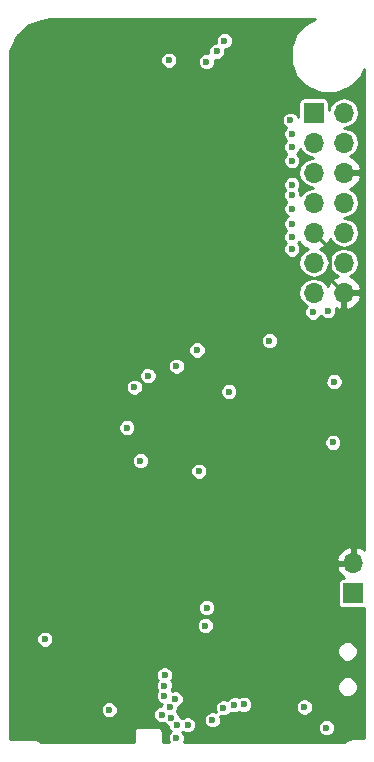
<source format=gbr>
G04 #@! TF.FileFunction,Copper,L2,Inr,Plane*
%FSLAX46Y46*%
G04 Gerber Fmt 4.6, Leading zero omitted, Abs format (unit mm)*
G04 Created by KiCad (PCBNEW 4.0.7) date 06/11/18 13:45:27*
%MOMM*%
%LPD*%
G01*
G04 APERTURE LIST*
%ADD10C,0.100000*%
%ADD11C,0.600000*%
%ADD12R,1.700000X1.700000*%
%ADD13O,1.700000X1.700000*%
%ADD14C,0.250000*%
%ADD15C,0.254000*%
G04 APERTURE END LIST*
D10*
D11*
X152810000Y-107660000D03*
X153280000Y-102450000D03*
X151180000Y-102550000D03*
X130220000Y-81740000D03*
X151140000Y-70150000D03*
X148450000Y-65150000D03*
X147910000Y-67420000D03*
X147800000Y-66000000D03*
X135430000Y-67160000D03*
X133410000Y-68500000D03*
X134570000Y-65450000D03*
X136860000Y-66300000D03*
X133000000Y-66640000D03*
X130930000Y-69760000D03*
X129860000Y-71710000D03*
X129160000Y-81730000D03*
X129910000Y-84450000D03*
X130940000Y-84420000D03*
X132080000Y-84420000D03*
X129070000Y-74210000D03*
X130280000Y-74520000D03*
X131790000Y-74860000D03*
X131840000Y-76070000D03*
X130820000Y-75890000D03*
X129240000Y-75830000D03*
X132600000Y-123780000D03*
X129380000Y-122440000D03*
X130310000Y-120140000D03*
X130760000Y-122760000D03*
X132320000Y-120420000D03*
X131750000Y-121750000D03*
X131780000Y-114370000D03*
X129460000Y-99300000D03*
X129770000Y-94440000D03*
X131310000Y-96590000D03*
X131360000Y-89440000D03*
X129570000Y-92860000D03*
X132330000Y-95770000D03*
X132020000Y-92090000D03*
X133430000Y-91380000D03*
X129770000Y-89860000D03*
X129430000Y-85570000D03*
X130130000Y-87610000D03*
X149110000Y-64170000D03*
X147110000Y-64170000D03*
X145110000Y-64170000D03*
X143110000Y-64170000D03*
X141110000Y-64170000D03*
X139110000Y-64170000D03*
X137110000Y-64170000D03*
X135110000Y-64170000D03*
X133110000Y-64170000D03*
X131990000Y-65420000D03*
X128030000Y-66120000D03*
X128030000Y-68120000D03*
X128030000Y-70120000D03*
X128030000Y-72120000D03*
X128030000Y-74120000D03*
X128030000Y-76120000D03*
X128030000Y-78120000D03*
X128030000Y-80120000D03*
X128030000Y-82120000D03*
X128030000Y-84120000D03*
X128030000Y-86120000D03*
X128030000Y-88120000D03*
X128030000Y-90120000D03*
X128030000Y-92120000D03*
X128030000Y-94120000D03*
X128030000Y-96120000D03*
X128030000Y-98120000D03*
X128030000Y-100120000D03*
X128030000Y-102120000D03*
X128030000Y-104120000D03*
X128030000Y-106120000D03*
X128030000Y-108120000D03*
X128030000Y-110120000D03*
X128030000Y-112120000D03*
X128030000Y-114120000D03*
X128030000Y-116120000D03*
X128030000Y-118120000D03*
X128030000Y-120120000D03*
X128030000Y-122120000D03*
X128030000Y-124120000D03*
X156770000Y-118910000D03*
X145280000Y-114590000D03*
X133340000Y-93060000D03*
X129700000Y-96810000D03*
X130530000Y-91150000D03*
X131100000Y-94070000D03*
X129080000Y-114840000D03*
X129240000Y-117780000D03*
X136610000Y-114990000D03*
X153430000Y-122940000D03*
D12*
X153230000Y-71650000D03*
D13*
X155770000Y-71650000D03*
X153230000Y-74190000D03*
X155770000Y-74190000D03*
X153230000Y-76730000D03*
X155770000Y-76730000D03*
X153230000Y-79270000D03*
X155770000Y-79270000D03*
X153230000Y-81810000D03*
X155770000Y-81810000D03*
X153230000Y-84350000D03*
X155770000Y-84350000D03*
X153230000Y-86890000D03*
X155770000Y-86890000D03*
D11*
X156720000Y-92741000D03*
X137670000Y-91090000D03*
X151767000Y-99980000D03*
X138720000Y-97560000D03*
X145036000Y-96297000D03*
X146052000Y-103409000D03*
D12*
X156570000Y-112350000D03*
D13*
X156570000Y-109810000D03*
D11*
X154960000Y-94440000D03*
X154860000Y-99580000D03*
X140596942Y-120166942D03*
X138041000Y-94896890D03*
X144147000Y-67341000D03*
X140610000Y-119270000D03*
X140972000Y-67214000D03*
X137416000Y-98329000D03*
X141149489Y-122870381D03*
X151386000Y-73437000D03*
X141044529Y-121957457D03*
X151259000Y-72294000D03*
X142560000Y-123490000D03*
X151386000Y-75723000D03*
X154434000Y-88423000D03*
X146052000Y-95281000D03*
X138559000Y-101123000D03*
X153164000Y-88550000D03*
X143512000Y-102012000D03*
X141590000Y-124580000D03*
X144180000Y-113570000D03*
X151386000Y-78644000D03*
X147314950Y-121760000D03*
X151386000Y-83216000D03*
X146516130Y-121803476D03*
X149481000Y-90963000D03*
X141494380Y-121295915D03*
X145671000Y-65563000D03*
X141607000Y-93122000D03*
X140590000Y-121020000D03*
X139206000Y-93933984D03*
X145036000Y-66452000D03*
X154310000Y-123730000D03*
X151386000Y-82200000D03*
X145592843Y-122057244D03*
X151386000Y-81057000D03*
X144660000Y-123070000D03*
X151386000Y-79787000D03*
X140353908Y-122627534D03*
X144060000Y-115090000D03*
X151386000Y-77755000D03*
X135917400Y-122217700D03*
X130469100Y-116236000D03*
X143355401Y-91749484D03*
X141630000Y-123510000D03*
X151386000Y-74580000D03*
X152440000Y-121980000D03*
D14*
X153230000Y-81810000D02*
X154594999Y-83174999D01*
X154594999Y-83174999D02*
X154594999Y-85714999D01*
X154594999Y-85714999D02*
X154920001Y-86040001D01*
X154920001Y-86040001D02*
X155770000Y-86890000D01*
D15*
G36*
X152674439Y-64042687D02*
X151765877Y-64949664D01*
X151273561Y-66135294D01*
X151272441Y-67419074D01*
X151762687Y-68605561D01*
X152669664Y-69514123D01*
X153855294Y-70006439D01*
X155139074Y-70007559D01*
X156325561Y-69517313D01*
X157234123Y-68610336D01*
X157513000Y-67938725D01*
X157513000Y-108682456D01*
X157451358Y-108614817D01*
X156926892Y-108368514D01*
X156697000Y-108489181D01*
X156697000Y-109683000D01*
X156717000Y-109683000D01*
X156717000Y-109937000D01*
X156697000Y-109937000D01*
X156697000Y-109957000D01*
X156443000Y-109957000D01*
X156443000Y-109937000D01*
X155249845Y-109937000D01*
X155128524Y-110166890D01*
X155298355Y-110576924D01*
X155688642Y-111005183D01*
X155815236Y-111064635D01*
X155720000Y-111064635D01*
X155561763Y-111094409D01*
X155416433Y-111187927D01*
X155318936Y-111330619D01*
X155284635Y-111500000D01*
X155284635Y-113200000D01*
X155314409Y-113358237D01*
X155407927Y-113503567D01*
X155550619Y-113601064D01*
X155720000Y-113635365D01*
X157420000Y-113635365D01*
X157513000Y-113617866D01*
X157513000Y-124613000D01*
X156680000Y-124613000D01*
X156673787Y-124614236D01*
X156646608Y-124613289D01*
X156592136Y-124622165D01*
X156536942Y-124622165D01*
X156226972Y-124683823D01*
X156226967Y-124683823D01*
X156130033Y-124723975D01*
X156055018Y-124755047D01*
X156055016Y-124755049D01*
X155792236Y-124930633D01*
X155749869Y-124973000D01*
X142213996Y-124973000D01*
X142316874Y-124725244D01*
X142317126Y-124436025D01*
X142206680Y-124168725D01*
X142103099Y-124064964D01*
X142104915Y-124063151D01*
X142147650Y-124105961D01*
X142414756Y-124216874D01*
X142703975Y-124217126D01*
X142971275Y-124106680D01*
X143175961Y-123902350D01*
X143187743Y-123873975D01*
X153582874Y-123873975D01*
X153693320Y-124141275D01*
X153897650Y-124345961D01*
X154164756Y-124456874D01*
X154453975Y-124457126D01*
X154721275Y-124346680D01*
X154925961Y-124142350D01*
X155036874Y-123875244D01*
X155037126Y-123586025D01*
X154926680Y-123318725D01*
X154722350Y-123114039D01*
X154455244Y-123003126D01*
X154166025Y-123002874D01*
X153898725Y-123113320D01*
X153694039Y-123317650D01*
X153583126Y-123584756D01*
X153582874Y-123873975D01*
X143187743Y-123873975D01*
X143286874Y-123635244D01*
X143287126Y-123346025D01*
X143232565Y-123213975D01*
X143932874Y-123213975D01*
X144043320Y-123481275D01*
X144247650Y-123685961D01*
X144514756Y-123796874D01*
X144803975Y-123797126D01*
X145071275Y-123686680D01*
X145275961Y-123482350D01*
X145386874Y-123215244D01*
X145387126Y-122926025D01*
X145303823Y-122724417D01*
X145447599Y-122784118D01*
X145736818Y-122784370D01*
X146004118Y-122673924D01*
X146208804Y-122469594D01*
X146211123Y-122464010D01*
X146370886Y-122530350D01*
X146660105Y-122530602D01*
X146927405Y-122420156D01*
X146951384Y-122396218D01*
X147169706Y-122486874D01*
X147458925Y-122487126D01*
X147726225Y-122376680D01*
X147930911Y-122172350D01*
X147950998Y-122123975D01*
X151712874Y-122123975D01*
X151823320Y-122391275D01*
X152027650Y-122595961D01*
X152294756Y-122706874D01*
X152583975Y-122707126D01*
X152851275Y-122596680D01*
X153055961Y-122392350D01*
X153166874Y-122125244D01*
X153167126Y-121836025D01*
X153056680Y-121568725D01*
X152852350Y-121364039D01*
X152585244Y-121253126D01*
X152296025Y-121252874D01*
X152028725Y-121363320D01*
X151824039Y-121567650D01*
X151713126Y-121834756D01*
X151712874Y-122123975D01*
X147950998Y-122123975D01*
X148041824Y-121905244D01*
X148042076Y-121616025D01*
X147931630Y-121348725D01*
X147727300Y-121144039D01*
X147460194Y-121033126D01*
X147170975Y-121032874D01*
X146903675Y-121143320D01*
X146879696Y-121167258D01*
X146661374Y-121076602D01*
X146372155Y-121076350D01*
X146104855Y-121186796D01*
X145900169Y-121391126D01*
X145897850Y-121396710D01*
X145738087Y-121330370D01*
X145448868Y-121330118D01*
X145181568Y-121440564D01*
X144976882Y-121644894D01*
X144865969Y-121912000D01*
X144865717Y-122201219D01*
X144949020Y-122402827D01*
X144805244Y-122343126D01*
X144516025Y-122342874D01*
X144248725Y-122453320D01*
X144044039Y-122657650D01*
X143933126Y-122924756D01*
X143932874Y-123213975D01*
X143232565Y-123213975D01*
X143176680Y-123078725D01*
X142972350Y-122874039D01*
X142705244Y-122763126D01*
X142416025Y-122762874D01*
X142148725Y-122873320D01*
X142085085Y-122936849D01*
X142042350Y-122894039D01*
X141876529Y-122825184D01*
X141876615Y-122726406D01*
X141766169Y-122459106D01*
X141665348Y-122358109D01*
X141771403Y-122102701D01*
X141771520Y-121968018D01*
X141905655Y-121912595D01*
X142110341Y-121708265D01*
X142221254Y-121441159D01*
X142221506Y-121151940D01*
X142111060Y-120884640D01*
X141906730Y-120679954D01*
X141639624Y-120569041D01*
X141350405Y-120568789D01*
X141213545Y-120625339D01*
X141206680Y-120608725D01*
X141195070Y-120597094D01*
X141212903Y-120579292D01*
X141269214Y-120443681D01*
X155212849Y-120443681D01*
X155346082Y-120766131D01*
X155592571Y-121013051D01*
X155914789Y-121146847D01*
X156263681Y-121147151D01*
X156586131Y-121013918D01*
X156833051Y-120767429D01*
X156966847Y-120445211D01*
X156967151Y-120096319D01*
X156833918Y-119773869D01*
X156587429Y-119526949D01*
X156265211Y-119393153D01*
X155916319Y-119392849D01*
X155593869Y-119526082D01*
X155346949Y-119772571D01*
X155213153Y-120094789D01*
X155212849Y-120443681D01*
X141269214Y-120443681D01*
X141323816Y-120312186D01*
X141324068Y-120022967D01*
X141213622Y-119755667D01*
X141183122Y-119725114D01*
X141225961Y-119682350D01*
X141336874Y-119415244D01*
X141337126Y-119126025D01*
X141226680Y-118858725D01*
X141022350Y-118654039D01*
X140755244Y-118543126D01*
X140466025Y-118542874D01*
X140198725Y-118653320D01*
X139994039Y-118857650D01*
X139883126Y-119124756D01*
X139882874Y-119413975D01*
X139993320Y-119681275D01*
X140023820Y-119711828D01*
X139980981Y-119754592D01*
X139870068Y-120021698D01*
X139869816Y-120310917D01*
X139980262Y-120578217D01*
X139991872Y-120589848D01*
X139974039Y-120607650D01*
X139863126Y-120874756D01*
X139862874Y-121163975D01*
X139973320Y-121431275D01*
X140177650Y-121635961D01*
X140359489Y-121711468D01*
X140317655Y-121812213D01*
X140317578Y-121900502D01*
X140209933Y-121900408D01*
X139942633Y-122010854D01*
X139737947Y-122215184D01*
X139627034Y-122482290D01*
X139626782Y-122771509D01*
X139737228Y-123038809D01*
X139941558Y-123243495D01*
X140208664Y-123354408D01*
X140497883Y-123354660D01*
X140574205Y-123323124D01*
X140737139Y-123486342D01*
X140902960Y-123555197D01*
X140902874Y-123653975D01*
X141013320Y-123921275D01*
X141116901Y-124025036D01*
X140974039Y-124167650D01*
X140863126Y-124434756D01*
X140862874Y-124723975D01*
X140965769Y-124973000D01*
X140447000Y-124973000D01*
X140447000Y-124130000D01*
X140410691Y-123947460D01*
X140307290Y-123792710D01*
X140152540Y-123689309D01*
X139970000Y-123653000D01*
X138460000Y-123653000D01*
X138277460Y-123689309D01*
X138122710Y-123792710D01*
X138019309Y-123947460D01*
X137983000Y-124130000D01*
X137983000Y-124973000D01*
X130147705Y-124973000D01*
X130146551Y-124971846D01*
X129893500Y-124802763D01*
X129721552Y-124731539D01*
X129721551Y-124731539D01*
X129423058Y-124672165D01*
X129356076Y-124672165D01*
X129310000Y-124663000D01*
X127557000Y-124663000D01*
X127557000Y-122361675D01*
X135190274Y-122361675D01*
X135300720Y-122628975D01*
X135505050Y-122833661D01*
X135772156Y-122944574D01*
X136061375Y-122944826D01*
X136328675Y-122834380D01*
X136533361Y-122630050D01*
X136644274Y-122362944D01*
X136644526Y-122073725D01*
X136534080Y-121806425D01*
X136329750Y-121601739D01*
X136062644Y-121490826D01*
X135773425Y-121490574D01*
X135506125Y-121601020D01*
X135301439Y-121805350D01*
X135190526Y-122072456D01*
X135190274Y-122361675D01*
X127557000Y-122361675D01*
X127557000Y-117443681D01*
X155212849Y-117443681D01*
X155346082Y-117766131D01*
X155592571Y-118013051D01*
X155914789Y-118146847D01*
X156263681Y-118147151D01*
X156586131Y-118013918D01*
X156833051Y-117767429D01*
X156966847Y-117445211D01*
X156967151Y-117096319D01*
X156833918Y-116773869D01*
X156587429Y-116526949D01*
X156265211Y-116393153D01*
X155916319Y-116392849D01*
X155593869Y-116526082D01*
X155346949Y-116772571D01*
X155213153Y-117094789D01*
X155212849Y-117443681D01*
X127557000Y-117443681D01*
X127557000Y-116379975D01*
X129741974Y-116379975D01*
X129852420Y-116647275D01*
X130056750Y-116851961D01*
X130323856Y-116962874D01*
X130613075Y-116963126D01*
X130880375Y-116852680D01*
X131085061Y-116648350D01*
X131195974Y-116381244D01*
X131196226Y-116092025D01*
X131085780Y-115824725D01*
X130881450Y-115620039D01*
X130614344Y-115509126D01*
X130325125Y-115508874D01*
X130057825Y-115619320D01*
X129853139Y-115823650D01*
X129742226Y-116090756D01*
X129741974Y-116379975D01*
X127557000Y-116379975D01*
X127557000Y-115233975D01*
X143332874Y-115233975D01*
X143443320Y-115501275D01*
X143647650Y-115705961D01*
X143914756Y-115816874D01*
X144203975Y-115817126D01*
X144471275Y-115706680D01*
X144675961Y-115502350D01*
X144786874Y-115235244D01*
X144787126Y-114946025D01*
X144676680Y-114678725D01*
X144472350Y-114474039D01*
X144205244Y-114363126D01*
X143916025Y-114362874D01*
X143648725Y-114473320D01*
X143444039Y-114677650D01*
X143333126Y-114944756D01*
X143332874Y-115233975D01*
X127557000Y-115233975D01*
X127557000Y-113713975D01*
X143452874Y-113713975D01*
X143563320Y-113981275D01*
X143767650Y-114185961D01*
X144034756Y-114296874D01*
X144323975Y-114297126D01*
X144591275Y-114186680D01*
X144795961Y-113982350D01*
X144906874Y-113715244D01*
X144907126Y-113426025D01*
X144796680Y-113158725D01*
X144592350Y-112954039D01*
X144325244Y-112843126D01*
X144036025Y-112842874D01*
X143768725Y-112953320D01*
X143564039Y-113157650D01*
X143453126Y-113424756D01*
X143452874Y-113713975D01*
X127557000Y-113713975D01*
X127557000Y-109453110D01*
X155128524Y-109453110D01*
X155249845Y-109683000D01*
X156443000Y-109683000D01*
X156443000Y-108489181D01*
X156213108Y-108368514D01*
X155688642Y-108614817D01*
X155298355Y-109043076D01*
X155128524Y-109453110D01*
X127557000Y-109453110D01*
X127557000Y-102155975D01*
X142784874Y-102155975D01*
X142895320Y-102423275D01*
X143099650Y-102627961D01*
X143366756Y-102738874D01*
X143655975Y-102739126D01*
X143923275Y-102628680D01*
X144127961Y-102424350D01*
X144238874Y-102157244D01*
X144239126Y-101868025D01*
X144128680Y-101600725D01*
X143924350Y-101396039D01*
X143657244Y-101285126D01*
X143368025Y-101284874D01*
X143100725Y-101395320D01*
X142896039Y-101599650D01*
X142785126Y-101866756D01*
X142784874Y-102155975D01*
X127557000Y-102155975D01*
X127557000Y-101266975D01*
X137831874Y-101266975D01*
X137942320Y-101534275D01*
X138146650Y-101738961D01*
X138413756Y-101849874D01*
X138702975Y-101850126D01*
X138970275Y-101739680D01*
X139174961Y-101535350D01*
X139285874Y-101268244D01*
X139286126Y-100979025D01*
X139175680Y-100711725D01*
X138971350Y-100507039D01*
X138704244Y-100396126D01*
X138415025Y-100395874D01*
X138147725Y-100506320D01*
X137943039Y-100710650D01*
X137832126Y-100977756D01*
X137831874Y-101266975D01*
X127557000Y-101266975D01*
X127557000Y-99723975D01*
X154132874Y-99723975D01*
X154243320Y-99991275D01*
X154447650Y-100195961D01*
X154714756Y-100306874D01*
X155003975Y-100307126D01*
X155271275Y-100196680D01*
X155475961Y-99992350D01*
X155586874Y-99725244D01*
X155587126Y-99436025D01*
X155476680Y-99168725D01*
X155272350Y-98964039D01*
X155005244Y-98853126D01*
X154716025Y-98852874D01*
X154448725Y-98963320D01*
X154244039Y-99167650D01*
X154133126Y-99434756D01*
X154132874Y-99723975D01*
X127557000Y-99723975D01*
X127557000Y-98472975D01*
X136688874Y-98472975D01*
X136799320Y-98740275D01*
X137003650Y-98944961D01*
X137270756Y-99055874D01*
X137559975Y-99056126D01*
X137827275Y-98945680D01*
X138031961Y-98741350D01*
X138142874Y-98474244D01*
X138143126Y-98185025D01*
X138032680Y-97917725D01*
X137828350Y-97713039D01*
X137561244Y-97602126D01*
X137272025Y-97601874D01*
X137004725Y-97712320D01*
X136800039Y-97916650D01*
X136689126Y-98183756D01*
X136688874Y-98472975D01*
X127557000Y-98472975D01*
X127557000Y-95040865D01*
X137313874Y-95040865D01*
X137424320Y-95308165D01*
X137628650Y-95512851D01*
X137895756Y-95623764D01*
X138184975Y-95624016D01*
X138452275Y-95513570D01*
X138541024Y-95424975D01*
X145324874Y-95424975D01*
X145435320Y-95692275D01*
X145639650Y-95896961D01*
X145906756Y-96007874D01*
X146195975Y-96008126D01*
X146463275Y-95897680D01*
X146667961Y-95693350D01*
X146778874Y-95426244D01*
X146779126Y-95137025D01*
X146668680Y-94869725D01*
X146464350Y-94665039D01*
X146269128Y-94583975D01*
X154232874Y-94583975D01*
X154343320Y-94851275D01*
X154547650Y-95055961D01*
X154814756Y-95166874D01*
X155103975Y-95167126D01*
X155371275Y-95056680D01*
X155575961Y-94852350D01*
X155686874Y-94585244D01*
X155687126Y-94296025D01*
X155576680Y-94028725D01*
X155372350Y-93824039D01*
X155105244Y-93713126D01*
X154816025Y-93712874D01*
X154548725Y-93823320D01*
X154344039Y-94027650D01*
X154233126Y-94294756D01*
X154232874Y-94583975D01*
X146269128Y-94583975D01*
X146197244Y-94554126D01*
X145908025Y-94553874D01*
X145640725Y-94664320D01*
X145436039Y-94868650D01*
X145325126Y-95135756D01*
X145324874Y-95424975D01*
X138541024Y-95424975D01*
X138656961Y-95309240D01*
X138767874Y-95042134D01*
X138768126Y-94752915D01*
X138657680Y-94485615D01*
X138453350Y-94280929D01*
X138186244Y-94170016D01*
X137897025Y-94169764D01*
X137629725Y-94280210D01*
X137425039Y-94484540D01*
X137314126Y-94751646D01*
X137313874Y-95040865D01*
X127557000Y-95040865D01*
X127557000Y-94077959D01*
X138478874Y-94077959D01*
X138589320Y-94345259D01*
X138793650Y-94549945D01*
X139060756Y-94660858D01*
X139349975Y-94661110D01*
X139617275Y-94550664D01*
X139821961Y-94346334D01*
X139932874Y-94079228D01*
X139933126Y-93790009D01*
X139822680Y-93522709D01*
X139618350Y-93318023D01*
X139493006Y-93265975D01*
X140879874Y-93265975D01*
X140990320Y-93533275D01*
X141194650Y-93737961D01*
X141461756Y-93848874D01*
X141750975Y-93849126D01*
X142018275Y-93738680D01*
X142222961Y-93534350D01*
X142333874Y-93267244D01*
X142334126Y-92978025D01*
X142223680Y-92710725D01*
X142019350Y-92506039D01*
X141752244Y-92395126D01*
X141463025Y-92394874D01*
X141195725Y-92505320D01*
X140991039Y-92709650D01*
X140880126Y-92976756D01*
X140879874Y-93265975D01*
X139493006Y-93265975D01*
X139351244Y-93207110D01*
X139062025Y-93206858D01*
X138794725Y-93317304D01*
X138590039Y-93521634D01*
X138479126Y-93788740D01*
X138478874Y-94077959D01*
X127557000Y-94077959D01*
X127557000Y-91893459D01*
X142628275Y-91893459D01*
X142738721Y-92160759D01*
X142943051Y-92365445D01*
X143210157Y-92476358D01*
X143499376Y-92476610D01*
X143766676Y-92366164D01*
X143971362Y-92161834D01*
X144082275Y-91894728D01*
X144082527Y-91605509D01*
X143972081Y-91338209D01*
X143767751Y-91133523D01*
X143703817Y-91106975D01*
X148753874Y-91106975D01*
X148864320Y-91374275D01*
X149068650Y-91578961D01*
X149335756Y-91689874D01*
X149624975Y-91690126D01*
X149892275Y-91579680D01*
X150096961Y-91375350D01*
X150207874Y-91108244D01*
X150208126Y-90819025D01*
X150097680Y-90551725D01*
X149893350Y-90347039D01*
X149626244Y-90236126D01*
X149337025Y-90235874D01*
X149069725Y-90346320D01*
X148865039Y-90550650D01*
X148754126Y-90817756D01*
X148753874Y-91106975D01*
X143703817Y-91106975D01*
X143500645Y-91022610D01*
X143211426Y-91022358D01*
X142944126Y-91132804D01*
X142739440Y-91337134D01*
X142628527Y-91604240D01*
X142628275Y-91893459D01*
X127557000Y-91893459D01*
X127557000Y-72437975D01*
X150531874Y-72437975D01*
X150642320Y-72705275D01*
X150846650Y-72909961D01*
X150873683Y-72921186D01*
X150770039Y-73024650D01*
X150659126Y-73291756D01*
X150658874Y-73580975D01*
X150769320Y-73848275D01*
X150929366Y-74008600D01*
X150770039Y-74167650D01*
X150659126Y-74434756D01*
X150658874Y-74723975D01*
X150769320Y-74991275D01*
X150929366Y-75151600D01*
X150770039Y-75310650D01*
X150659126Y-75577756D01*
X150658874Y-75866975D01*
X150769320Y-76134275D01*
X150973650Y-76338961D01*
X151240756Y-76449874D01*
X151529975Y-76450126D01*
X151797275Y-76339680D01*
X152001961Y-76135350D01*
X152112874Y-75868244D01*
X152113126Y-75579025D01*
X152002680Y-75311725D01*
X151842634Y-75151400D01*
X152001961Y-74992350D01*
X152091190Y-74777465D01*
X152302007Y-75092975D01*
X152716295Y-75369794D01*
X153169791Y-75460000D01*
X152716295Y-75550206D01*
X152302007Y-75827025D01*
X152025188Y-76241313D01*
X151927982Y-76730000D01*
X152025188Y-77218687D01*
X152302007Y-77632975D01*
X152716295Y-77909794D01*
X153169791Y-78000000D01*
X152716295Y-78090206D01*
X152302007Y-78367025D01*
X152112995Y-78649900D01*
X152113126Y-78500025D01*
X152002680Y-78232725D01*
X151969634Y-78199621D01*
X152001961Y-78167350D01*
X152112874Y-77900244D01*
X152113126Y-77611025D01*
X152002680Y-77343725D01*
X151798350Y-77139039D01*
X151531244Y-77028126D01*
X151242025Y-77027874D01*
X150974725Y-77138320D01*
X150770039Y-77342650D01*
X150659126Y-77609756D01*
X150658874Y-77898975D01*
X150769320Y-78166275D01*
X150802366Y-78199379D01*
X150770039Y-78231650D01*
X150659126Y-78498756D01*
X150658874Y-78787975D01*
X150769320Y-79055275D01*
X150929366Y-79215600D01*
X150770039Y-79374650D01*
X150659126Y-79641756D01*
X150658874Y-79930975D01*
X150769320Y-80198275D01*
X150973650Y-80402961D01*
X151019282Y-80421909D01*
X150974725Y-80440320D01*
X150770039Y-80644650D01*
X150659126Y-80911756D01*
X150658874Y-81200975D01*
X150769320Y-81468275D01*
X150929366Y-81628600D01*
X150770039Y-81787650D01*
X150659126Y-82054756D01*
X150658874Y-82343975D01*
X150769320Y-82611275D01*
X150865866Y-82707989D01*
X150770039Y-82803650D01*
X150659126Y-83070756D01*
X150658874Y-83359975D01*
X150769320Y-83627275D01*
X150973650Y-83831961D01*
X151240756Y-83942874D01*
X151529975Y-83943126D01*
X151797275Y-83832680D01*
X152001961Y-83628350D01*
X152112874Y-83361244D01*
X152113126Y-83072025D01*
X152002680Y-82804725D01*
X151906134Y-82708011D01*
X151996033Y-82618268D01*
X152348642Y-83005183D01*
X152709583Y-83174691D01*
X152302007Y-83447025D01*
X152025188Y-83861313D01*
X151927982Y-84350000D01*
X152025188Y-84838687D01*
X152302007Y-85252975D01*
X152716295Y-85529794D01*
X153169791Y-85620000D01*
X152716295Y-85710206D01*
X152302007Y-85987025D01*
X152025188Y-86401313D01*
X151927982Y-86890000D01*
X152025188Y-87378687D01*
X152302007Y-87792975D01*
X152656222Y-88029655D01*
X152548039Y-88137650D01*
X152437126Y-88404756D01*
X152436874Y-88693975D01*
X152547320Y-88961275D01*
X152751650Y-89165961D01*
X153018756Y-89276874D01*
X153307975Y-89277126D01*
X153575275Y-89166680D01*
X153779961Y-88962350D01*
X153828495Y-88845469D01*
X154021650Y-89038961D01*
X154288756Y-89149874D01*
X154577975Y-89150126D01*
X154845275Y-89039680D01*
X155049961Y-88835350D01*
X155160874Y-88568244D01*
X155161126Y-88279025D01*
X155127353Y-88197288D01*
X155413108Y-88331486D01*
X155643000Y-88210819D01*
X155643000Y-87017000D01*
X155897000Y-87017000D01*
X155897000Y-88210819D01*
X156126892Y-88331486D01*
X156651358Y-88085183D01*
X157041645Y-87656924D01*
X157211476Y-87246890D01*
X157090155Y-87017000D01*
X155897000Y-87017000D01*
X155643000Y-87017000D01*
X155623000Y-87017000D01*
X155623000Y-86763000D01*
X155643000Y-86763000D01*
X155643000Y-86743000D01*
X155897000Y-86743000D01*
X155897000Y-86763000D01*
X157090155Y-86763000D01*
X157211476Y-86533110D01*
X157041645Y-86123076D01*
X156651358Y-85694817D01*
X156290417Y-85525309D01*
X156697993Y-85252975D01*
X156974812Y-84838687D01*
X157072018Y-84350000D01*
X156974812Y-83861313D01*
X156697993Y-83447025D01*
X156283705Y-83170206D01*
X155830209Y-83080000D01*
X156283705Y-82989794D01*
X156697993Y-82712975D01*
X156974812Y-82298687D01*
X157072018Y-81810000D01*
X156974812Y-81321313D01*
X156697993Y-80907025D01*
X156283705Y-80630206D01*
X155830209Y-80540000D01*
X156283705Y-80449794D01*
X156697993Y-80172975D01*
X156974812Y-79758687D01*
X157072018Y-79270000D01*
X156974812Y-78781313D01*
X156697993Y-78367025D01*
X156290417Y-78094691D01*
X156651358Y-77925183D01*
X157041645Y-77496924D01*
X157211476Y-77086890D01*
X157090155Y-76857000D01*
X155897000Y-76857000D01*
X155897000Y-76877000D01*
X155643000Y-76877000D01*
X155643000Y-76857000D01*
X155623000Y-76857000D01*
X155623000Y-76603000D01*
X155643000Y-76603000D01*
X155643000Y-76583000D01*
X155897000Y-76583000D01*
X155897000Y-76603000D01*
X157090155Y-76603000D01*
X157211476Y-76373110D01*
X157041645Y-75963076D01*
X156651358Y-75534817D01*
X156290417Y-75365309D01*
X156697993Y-75092975D01*
X156974812Y-74678687D01*
X157072018Y-74190000D01*
X156974812Y-73701313D01*
X156697993Y-73287025D01*
X156283705Y-73010206D01*
X155830209Y-72920000D01*
X156283705Y-72829794D01*
X156697993Y-72552975D01*
X156974812Y-72138687D01*
X157072018Y-71650000D01*
X156974812Y-71161313D01*
X156697993Y-70747025D01*
X156283705Y-70470206D01*
X155795018Y-70373000D01*
X155744982Y-70373000D01*
X155256295Y-70470206D01*
X154842007Y-70747025D01*
X154565188Y-71161313D01*
X154515365Y-71411790D01*
X154515365Y-70800000D01*
X154485591Y-70641763D01*
X154392073Y-70496433D01*
X154249381Y-70398936D01*
X154080000Y-70364635D01*
X152380000Y-70364635D01*
X152221763Y-70394409D01*
X152076433Y-70487927D01*
X151978936Y-70630619D01*
X151944635Y-70800000D01*
X151944635Y-72049609D01*
X151875680Y-71882725D01*
X151671350Y-71678039D01*
X151404244Y-71567126D01*
X151115025Y-71566874D01*
X150847725Y-71677320D01*
X150643039Y-71881650D01*
X150532126Y-72148756D01*
X150531874Y-72437975D01*
X127557000Y-72437975D01*
X127557000Y-67357975D01*
X140244874Y-67357975D01*
X140355320Y-67625275D01*
X140559650Y-67829961D01*
X140826756Y-67940874D01*
X141115975Y-67941126D01*
X141383275Y-67830680D01*
X141587961Y-67626350D01*
X141646665Y-67484975D01*
X143419874Y-67484975D01*
X143530320Y-67752275D01*
X143734650Y-67956961D01*
X144001756Y-68067874D01*
X144290975Y-68068126D01*
X144558275Y-67957680D01*
X144762961Y-67753350D01*
X144873874Y-67486244D01*
X144874126Y-67197025D01*
X144861629Y-67166779D01*
X144890756Y-67178874D01*
X145179975Y-67179126D01*
X145447275Y-67068680D01*
X145651961Y-66864350D01*
X145762874Y-66597244D01*
X145763126Y-66308025D01*
X145755709Y-66290074D01*
X145814975Y-66290126D01*
X146082275Y-66179680D01*
X146286961Y-65975350D01*
X146397874Y-65708244D01*
X146398126Y-65419025D01*
X146287680Y-65151725D01*
X146083350Y-64947039D01*
X145816244Y-64836126D01*
X145527025Y-64835874D01*
X145259725Y-64946320D01*
X145055039Y-65150650D01*
X144944126Y-65417756D01*
X144943874Y-65706975D01*
X144951291Y-65724926D01*
X144892025Y-65724874D01*
X144624725Y-65835320D01*
X144420039Y-66039650D01*
X144309126Y-66306756D01*
X144308874Y-66595975D01*
X144321371Y-66626221D01*
X144292244Y-66614126D01*
X144003025Y-66613874D01*
X143735725Y-66724320D01*
X143531039Y-66928650D01*
X143420126Y-67195756D01*
X143419874Y-67484975D01*
X141646665Y-67484975D01*
X141698874Y-67359244D01*
X141699126Y-67070025D01*
X141588680Y-66802725D01*
X141384350Y-66598039D01*
X141117244Y-66487126D01*
X140828025Y-66486874D01*
X140560725Y-66597320D01*
X140356039Y-66801650D01*
X140245126Y-67068756D01*
X140244874Y-67357975D01*
X127557000Y-67357975D01*
X127557000Y-66397264D01*
X128135512Y-65175981D01*
X129146531Y-64260741D01*
X130457857Y-63792419D01*
X130983670Y-63757000D01*
X153365855Y-63757000D01*
X152674439Y-64042687D01*
X152674439Y-64042687D01*
G37*
X152674439Y-64042687D02*
X151765877Y-64949664D01*
X151273561Y-66135294D01*
X151272441Y-67419074D01*
X151762687Y-68605561D01*
X152669664Y-69514123D01*
X153855294Y-70006439D01*
X155139074Y-70007559D01*
X156325561Y-69517313D01*
X157234123Y-68610336D01*
X157513000Y-67938725D01*
X157513000Y-108682456D01*
X157451358Y-108614817D01*
X156926892Y-108368514D01*
X156697000Y-108489181D01*
X156697000Y-109683000D01*
X156717000Y-109683000D01*
X156717000Y-109937000D01*
X156697000Y-109937000D01*
X156697000Y-109957000D01*
X156443000Y-109957000D01*
X156443000Y-109937000D01*
X155249845Y-109937000D01*
X155128524Y-110166890D01*
X155298355Y-110576924D01*
X155688642Y-111005183D01*
X155815236Y-111064635D01*
X155720000Y-111064635D01*
X155561763Y-111094409D01*
X155416433Y-111187927D01*
X155318936Y-111330619D01*
X155284635Y-111500000D01*
X155284635Y-113200000D01*
X155314409Y-113358237D01*
X155407927Y-113503567D01*
X155550619Y-113601064D01*
X155720000Y-113635365D01*
X157420000Y-113635365D01*
X157513000Y-113617866D01*
X157513000Y-124613000D01*
X156680000Y-124613000D01*
X156673787Y-124614236D01*
X156646608Y-124613289D01*
X156592136Y-124622165D01*
X156536942Y-124622165D01*
X156226972Y-124683823D01*
X156226967Y-124683823D01*
X156130033Y-124723975D01*
X156055018Y-124755047D01*
X156055016Y-124755049D01*
X155792236Y-124930633D01*
X155749869Y-124973000D01*
X142213996Y-124973000D01*
X142316874Y-124725244D01*
X142317126Y-124436025D01*
X142206680Y-124168725D01*
X142103099Y-124064964D01*
X142104915Y-124063151D01*
X142147650Y-124105961D01*
X142414756Y-124216874D01*
X142703975Y-124217126D01*
X142971275Y-124106680D01*
X143175961Y-123902350D01*
X143187743Y-123873975D01*
X153582874Y-123873975D01*
X153693320Y-124141275D01*
X153897650Y-124345961D01*
X154164756Y-124456874D01*
X154453975Y-124457126D01*
X154721275Y-124346680D01*
X154925961Y-124142350D01*
X155036874Y-123875244D01*
X155037126Y-123586025D01*
X154926680Y-123318725D01*
X154722350Y-123114039D01*
X154455244Y-123003126D01*
X154166025Y-123002874D01*
X153898725Y-123113320D01*
X153694039Y-123317650D01*
X153583126Y-123584756D01*
X153582874Y-123873975D01*
X143187743Y-123873975D01*
X143286874Y-123635244D01*
X143287126Y-123346025D01*
X143232565Y-123213975D01*
X143932874Y-123213975D01*
X144043320Y-123481275D01*
X144247650Y-123685961D01*
X144514756Y-123796874D01*
X144803975Y-123797126D01*
X145071275Y-123686680D01*
X145275961Y-123482350D01*
X145386874Y-123215244D01*
X145387126Y-122926025D01*
X145303823Y-122724417D01*
X145447599Y-122784118D01*
X145736818Y-122784370D01*
X146004118Y-122673924D01*
X146208804Y-122469594D01*
X146211123Y-122464010D01*
X146370886Y-122530350D01*
X146660105Y-122530602D01*
X146927405Y-122420156D01*
X146951384Y-122396218D01*
X147169706Y-122486874D01*
X147458925Y-122487126D01*
X147726225Y-122376680D01*
X147930911Y-122172350D01*
X147950998Y-122123975D01*
X151712874Y-122123975D01*
X151823320Y-122391275D01*
X152027650Y-122595961D01*
X152294756Y-122706874D01*
X152583975Y-122707126D01*
X152851275Y-122596680D01*
X153055961Y-122392350D01*
X153166874Y-122125244D01*
X153167126Y-121836025D01*
X153056680Y-121568725D01*
X152852350Y-121364039D01*
X152585244Y-121253126D01*
X152296025Y-121252874D01*
X152028725Y-121363320D01*
X151824039Y-121567650D01*
X151713126Y-121834756D01*
X151712874Y-122123975D01*
X147950998Y-122123975D01*
X148041824Y-121905244D01*
X148042076Y-121616025D01*
X147931630Y-121348725D01*
X147727300Y-121144039D01*
X147460194Y-121033126D01*
X147170975Y-121032874D01*
X146903675Y-121143320D01*
X146879696Y-121167258D01*
X146661374Y-121076602D01*
X146372155Y-121076350D01*
X146104855Y-121186796D01*
X145900169Y-121391126D01*
X145897850Y-121396710D01*
X145738087Y-121330370D01*
X145448868Y-121330118D01*
X145181568Y-121440564D01*
X144976882Y-121644894D01*
X144865969Y-121912000D01*
X144865717Y-122201219D01*
X144949020Y-122402827D01*
X144805244Y-122343126D01*
X144516025Y-122342874D01*
X144248725Y-122453320D01*
X144044039Y-122657650D01*
X143933126Y-122924756D01*
X143932874Y-123213975D01*
X143232565Y-123213975D01*
X143176680Y-123078725D01*
X142972350Y-122874039D01*
X142705244Y-122763126D01*
X142416025Y-122762874D01*
X142148725Y-122873320D01*
X142085085Y-122936849D01*
X142042350Y-122894039D01*
X141876529Y-122825184D01*
X141876615Y-122726406D01*
X141766169Y-122459106D01*
X141665348Y-122358109D01*
X141771403Y-122102701D01*
X141771520Y-121968018D01*
X141905655Y-121912595D01*
X142110341Y-121708265D01*
X142221254Y-121441159D01*
X142221506Y-121151940D01*
X142111060Y-120884640D01*
X141906730Y-120679954D01*
X141639624Y-120569041D01*
X141350405Y-120568789D01*
X141213545Y-120625339D01*
X141206680Y-120608725D01*
X141195070Y-120597094D01*
X141212903Y-120579292D01*
X141269214Y-120443681D01*
X155212849Y-120443681D01*
X155346082Y-120766131D01*
X155592571Y-121013051D01*
X155914789Y-121146847D01*
X156263681Y-121147151D01*
X156586131Y-121013918D01*
X156833051Y-120767429D01*
X156966847Y-120445211D01*
X156967151Y-120096319D01*
X156833918Y-119773869D01*
X156587429Y-119526949D01*
X156265211Y-119393153D01*
X155916319Y-119392849D01*
X155593869Y-119526082D01*
X155346949Y-119772571D01*
X155213153Y-120094789D01*
X155212849Y-120443681D01*
X141269214Y-120443681D01*
X141323816Y-120312186D01*
X141324068Y-120022967D01*
X141213622Y-119755667D01*
X141183122Y-119725114D01*
X141225961Y-119682350D01*
X141336874Y-119415244D01*
X141337126Y-119126025D01*
X141226680Y-118858725D01*
X141022350Y-118654039D01*
X140755244Y-118543126D01*
X140466025Y-118542874D01*
X140198725Y-118653320D01*
X139994039Y-118857650D01*
X139883126Y-119124756D01*
X139882874Y-119413975D01*
X139993320Y-119681275D01*
X140023820Y-119711828D01*
X139980981Y-119754592D01*
X139870068Y-120021698D01*
X139869816Y-120310917D01*
X139980262Y-120578217D01*
X139991872Y-120589848D01*
X139974039Y-120607650D01*
X139863126Y-120874756D01*
X139862874Y-121163975D01*
X139973320Y-121431275D01*
X140177650Y-121635961D01*
X140359489Y-121711468D01*
X140317655Y-121812213D01*
X140317578Y-121900502D01*
X140209933Y-121900408D01*
X139942633Y-122010854D01*
X139737947Y-122215184D01*
X139627034Y-122482290D01*
X139626782Y-122771509D01*
X139737228Y-123038809D01*
X139941558Y-123243495D01*
X140208664Y-123354408D01*
X140497883Y-123354660D01*
X140574205Y-123323124D01*
X140737139Y-123486342D01*
X140902960Y-123555197D01*
X140902874Y-123653975D01*
X141013320Y-123921275D01*
X141116901Y-124025036D01*
X140974039Y-124167650D01*
X140863126Y-124434756D01*
X140862874Y-124723975D01*
X140965769Y-124973000D01*
X140447000Y-124973000D01*
X140447000Y-124130000D01*
X140410691Y-123947460D01*
X140307290Y-123792710D01*
X140152540Y-123689309D01*
X139970000Y-123653000D01*
X138460000Y-123653000D01*
X138277460Y-123689309D01*
X138122710Y-123792710D01*
X138019309Y-123947460D01*
X137983000Y-124130000D01*
X137983000Y-124973000D01*
X130147705Y-124973000D01*
X130146551Y-124971846D01*
X129893500Y-124802763D01*
X129721552Y-124731539D01*
X129721551Y-124731539D01*
X129423058Y-124672165D01*
X129356076Y-124672165D01*
X129310000Y-124663000D01*
X127557000Y-124663000D01*
X127557000Y-122361675D01*
X135190274Y-122361675D01*
X135300720Y-122628975D01*
X135505050Y-122833661D01*
X135772156Y-122944574D01*
X136061375Y-122944826D01*
X136328675Y-122834380D01*
X136533361Y-122630050D01*
X136644274Y-122362944D01*
X136644526Y-122073725D01*
X136534080Y-121806425D01*
X136329750Y-121601739D01*
X136062644Y-121490826D01*
X135773425Y-121490574D01*
X135506125Y-121601020D01*
X135301439Y-121805350D01*
X135190526Y-122072456D01*
X135190274Y-122361675D01*
X127557000Y-122361675D01*
X127557000Y-117443681D01*
X155212849Y-117443681D01*
X155346082Y-117766131D01*
X155592571Y-118013051D01*
X155914789Y-118146847D01*
X156263681Y-118147151D01*
X156586131Y-118013918D01*
X156833051Y-117767429D01*
X156966847Y-117445211D01*
X156967151Y-117096319D01*
X156833918Y-116773869D01*
X156587429Y-116526949D01*
X156265211Y-116393153D01*
X155916319Y-116392849D01*
X155593869Y-116526082D01*
X155346949Y-116772571D01*
X155213153Y-117094789D01*
X155212849Y-117443681D01*
X127557000Y-117443681D01*
X127557000Y-116379975D01*
X129741974Y-116379975D01*
X129852420Y-116647275D01*
X130056750Y-116851961D01*
X130323856Y-116962874D01*
X130613075Y-116963126D01*
X130880375Y-116852680D01*
X131085061Y-116648350D01*
X131195974Y-116381244D01*
X131196226Y-116092025D01*
X131085780Y-115824725D01*
X130881450Y-115620039D01*
X130614344Y-115509126D01*
X130325125Y-115508874D01*
X130057825Y-115619320D01*
X129853139Y-115823650D01*
X129742226Y-116090756D01*
X129741974Y-116379975D01*
X127557000Y-116379975D01*
X127557000Y-115233975D01*
X143332874Y-115233975D01*
X143443320Y-115501275D01*
X143647650Y-115705961D01*
X143914756Y-115816874D01*
X144203975Y-115817126D01*
X144471275Y-115706680D01*
X144675961Y-115502350D01*
X144786874Y-115235244D01*
X144787126Y-114946025D01*
X144676680Y-114678725D01*
X144472350Y-114474039D01*
X144205244Y-114363126D01*
X143916025Y-114362874D01*
X143648725Y-114473320D01*
X143444039Y-114677650D01*
X143333126Y-114944756D01*
X143332874Y-115233975D01*
X127557000Y-115233975D01*
X127557000Y-113713975D01*
X143452874Y-113713975D01*
X143563320Y-113981275D01*
X143767650Y-114185961D01*
X144034756Y-114296874D01*
X144323975Y-114297126D01*
X144591275Y-114186680D01*
X144795961Y-113982350D01*
X144906874Y-113715244D01*
X144907126Y-113426025D01*
X144796680Y-113158725D01*
X144592350Y-112954039D01*
X144325244Y-112843126D01*
X144036025Y-112842874D01*
X143768725Y-112953320D01*
X143564039Y-113157650D01*
X143453126Y-113424756D01*
X143452874Y-113713975D01*
X127557000Y-113713975D01*
X127557000Y-109453110D01*
X155128524Y-109453110D01*
X155249845Y-109683000D01*
X156443000Y-109683000D01*
X156443000Y-108489181D01*
X156213108Y-108368514D01*
X155688642Y-108614817D01*
X155298355Y-109043076D01*
X155128524Y-109453110D01*
X127557000Y-109453110D01*
X127557000Y-102155975D01*
X142784874Y-102155975D01*
X142895320Y-102423275D01*
X143099650Y-102627961D01*
X143366756Y-102738874D01*
X143655975Y-102739126D01*
X143923275Y-102628680D01*
X144127961Y-102424350D01*
X144238874Y-102157244D01*
X144239126Y-101868025D01*
X144128680Y-101600725D01*
X143924350Y-101396039D01*
X143657244Y-101285126D01*
X143368025Y-101284874D01*
X143100725Y-101395320D01*
X142896039Y-101599650D01*
X142785126Y-101866756D01*
X142784874Y-102155975D01*
X127557000Y-102155975D01*
X127557000Y-101266975D01*
X137831874Y-101266975D01*
X137942320Y-101534275D01*
X138146650Y-101738961D01*
X138413756Y-101849874D01*
X138702975Y-101850126D01*
X138970275Y-101739680D01*
X139174961Y-101535350D01*
X139285874Y-101268244D01*
X139286126Y-100979025D01*
X139175680Y-100711725D01*
X138971350Y-100507039D01*
X138704244Y-100396126D01*
X138415025Y-100395874D01*
X138147725Y-100506320D01*
X137943039Y-100710650D01*
X137832126Y-100977756D01*
X137831874Y-101266975D01*
X127557000Y-101266975D01*
X127557000Y-99723975D01*
X154132874Y-99723975D01*
X154243320Y-99991275D01*
X154447650Y-100195961D01*
X154714756Y-100306874D01*
X155003975Y-100307126D01*
X155271275Y-100196680D01*
X155475961Y-99992350D01*
X155586874Y-99725244D01*
X155587126Y-99436025D01*
X155476680Y-99168725D01*
X155272350Y-98964039D01*
X155005244Y-98853126D01*
X154716025Y-98852874D01*
X154448725Y-98963320D01*
X154244039Y-99167650D01*
X154133126Y-99434756D01*
X154132874Y-99723975D01*
X127557000Y-99723975D01*
X127557000Y-98472975D01*
X136688874Y-98472975D01*
X136799320Y-98740275D01*
X137003650Y-98944961D01*
X137270756Y-99055874D01*
X137559975Y-99056126D01*
X137827275Y-98945680D01*
X138031961Y-98741350D01*
X138142874Y-98474244D01*
X138143126Y-98185025D01*
X138032680Y-97917725D01*
X137828350Y-97713039D01*
X137561244Y-97602126D01*
X137272025Y-97601874D01*
X137004725Y-97712320D01*
X136800039Y-97916650D01*
X136689126Y-98183756D01*
X136688874Y-98472975D01*
X127557000Y-98472975D01*
X127557000Y-95040865D01*
X137313874Y-95040865D01*
X137424320Y-95308165D01*
X137628650Y-95512851D01*
X137895756Y-95623764D01*
X138184975Y-95624016D01*
X138452275Y-95513570D01*
X138541024Y-95424975D01*
X145324874Y-95424975D01*
X145435320Y-95692275D01*
X145639650Y-95896961D01*
X145906756Y-96007874D01*
X146195975Y-96008126D01*
X146463275Y-95897680D01*
X146667961Y-95693350D01*
X146778874Y-95426244D01*
X146779126Y-95137025D01*
X146668680Y-94869725D01*
X146464350Y-94665039D01*
X146269128Y-94583975D01*
X154232874Y-94583975D01*
X154343320Y-94851275D01*
X154547650Y-95055961D01*
X154814756Y-95166874D01*
X155103975Y-95167126D01*
X155371275Y-95056680D01*
X155575961Y-94852350D01*
X155686874Y-94585244D01*
X155687126Y-94296025D01*
X155576680Y-94028725D01*
X155372350Y-93824039D01*
X155105244Y-93713126D01*
X154816025Y-93712874D01*
X154548725Y-93823320D01*
X154344039Y-94027650D01*
X154233126Y-94294756D01*
X154232874Y-94583975D01*
X146269128Y-94583975D01*
X146197244Y-94554126D01*
X145908025Y-94553874D01*
X145640725Y-94664320D01*
X145436039Y-94868650D01*
X145325126Y-95135756D01*
X145324874Y-95424975D01*
X138541024Y-95424975D01*
X138656961Y-95309240D01*
X138767874Y-95042134D01*
X138768126Y-94752915D01*
X138657680Y-94485615D01*
X138453350Y-94280929D01*
X138186244Y-94170016D01*
X137897025Y-94169764D01*
X137629725Y-94280210D01*
X137425039Y-94484540D01*
X137314126Y-94751646D01*
X137313874Y-95040865D01*
X127557000Y-95040865D01*
X127557000Y-94077959D01*
X138478874Y-94077959D01*
X138589320Y-94345259D01*
X138793650Y-94549945D01*
X139060756Y-94660858D01*
X139349975Y-94661110D01*
X139617275Y-94550664D01*
X139821961Y-94346334D01*
X139932874Y-94079228D01*
X139933126Y-93790009D01*
X139822680Y-93522709D01*
X139618350Y-93318023D01*
X139493006Y-93265975D01*
X140879874Y-93265975D01*
X140990320Y-93533275D01*
X141194650Y-93737961D01*
X141461756Y-93848874D01*
X141750975Y-93849126D01*
X142018275Y-93738680D01*
X142222961Y-93534350D01*
X142333874Y-93267244D01*
X142334126Y-92978025D01*
X142223680Y-92710725D01*
X142019350Y-92506039D01*
X141752244Y-92395126D01*
X141463025Y-92394874D01*
X141195725Y-92505320D01*
X140991039Y-92709650D01*
X140880126Y-92976756D01*
X140879874Y-93265975D01*
X139493006Y-93265975D01*
X139351244Y-93207110D01*
X139062025Y-93206858D01*
X138794725Y-93317304D01*
X138590039Y-93521634D01*
X138479126Y-93788740D01*
X138478874Y-94077959D01*
X127557000Y-94077959D01*
X127557000Y-91893459D01*
X142628275Y-91893459D01*
X142738721Y-92160759D01*
X142943051Y-92365445D01*
X143210157Y-92476358D01*
X143499376Y-92476610D01*
X143766676Y-92366164D01*
X143971362Y-92161834D01*
X144082275Y-91894728D01*
X144082527Y-91605509D01*
X143972081Y-91338209D01*
X143767751Y-91133523D01*
X143703817Y-91106975D01*
X148753874Y-91106975D01*
X148864320Y-91374275D01*
X149068650Y-91578961D01*
X149335756Y-91689874D01*
X149624975Y-91690126D01*
X149892275Y-91579680D01*
X150096961Y-91375350D01*
X150207874Y-91108244D01*
X150208126Y-90819025D01*
X150097680Y-90551725D01*
X149893350Y-90347039D01*
X149626244Y-90236126D01*
X149337025Y-90235874D01*
X149069725Y-90346320D01*
X148865039Y-90550650D01*
X148754126Y-90817756D01*
X148753874Y-91106975D01*
X143703817Y-91106975D01*
X143500645Y-91022610D01*
X143211426Y-91022358D01*
X142944126Y-91132804D01*
X142739440Y-91337134D01*
X142628527Y-91604240D01*
X142628275Y-91893459D01*
X127557000Y-91893459D01*
X127557000Y-72437975D01*
X150531874Y-72437975D01*
X150642320Y-72705275D01*
X150846650Y-72909961D01*
X150873683Y-72921186D01*
X150770039Y-73024650D01*
X150659126Y-73291756D01*
X150658874Y-73580975D01*
X150769320Y-73848275D01*
X150929366Y-74008600D01*
X150770039Y-74167650D01*
X150659126Y-74434756D01*
X150658874Y-74723975D01*
X150769320Y-74991275D01*
X150929366Y-75151600D01*
X150770039Y-75310650D01*
X150659126Y-75577756D01*
X150658874Y-75866975D01*
X150769320Y-76134275D01*
X150973650Y-76338961D01*
X151240756Y-76449874D01*
X151529975Y-76450126D01*
X151797275Y-76339680D01*
X152001961Y-76135350D01*
X152112874Y-75868244D01*
X152113126Y-75579025D01*
X152002680Y-75311725D01*
X151842634Y-75151400D01*
X152001961Y-74992350D01*
X152091190Y-74777465D01*
X152302007Y-75092975D01*
X152716295Y-75369794D01*
X153169791Y-75460000D01*
X152716295Y-75550206D01*
X152302007Y-75827025D01*
X152025188Y-76241313D01*
X151927982Y-76730000D01*
X152025188Y-77218687D01*
X152302007Y-77632975D01*
X152716295Y-77909794D01*
X153169791Y-78000000D01*
X152716295Y-78090206D01*
X152302007Y-78367025D01*
X152112995Y-78649900D01*
X152113126Y-78500025D01*
X152002680Y-78232725D01*
X151969634Y-78199621D01*
X152001961Y-78167350D01*
X152112874Y-77900244D01*
X152113126Y-77611025D01*
X152002680Y-77343725D01*
X151798350Y-77139039D01*
X151531244Y-77028126D01*
X151242025Y-77027874D01*
X150974725Y-77138320D01*
X150770039Y-77342650D01*
X150659126Y-77609756D01*
X150658874Y-77898975D01*
X150769320Y-78166275D01*
X150802366Y-78199379D01*
X150770039Y-78231650D01*
X150659126Y-78498756D01*
X150658874Y-78787975D01*
X150769320Y-79055275D01*
X150929366Y-79215600D01*
X150770039Y-79374650D01*
X150659126Y-79641756D01*
X150658874Y-79930975D01*
X150769320Y-80198275D01*
X150973650Y-80402961D01*
X151019282Y-80421909D01*
X150974725Y-80440320D01*
X150770039Y-80644650D01*
X150659126Y-80911756D01*
X150658874Y-81200975D01*
X150769320Y-81468275D01*
X150929366Y-81628600D01*
X150770039Y-81787650D01*
X150659126Y-82054756D01*
X150658874Y-82343975D01*
X150769320Y-82611275D01*
X150865866Y-82707989D01*
X150770039Y-82803650D01*
X150659126Y-83070756D01*
X150658874Y-83359975D01*
X150769320Y-83627275D01*
X150973650Y-83831961D01*
X151240756Y-83942874D01*
X151529975Y-83943126D01*
X151797275Y-83832680D01*
X152001961Y-83628350D01*
X152112874Y-83361244D01*
X152113126Y-83072025D01*
X152002680Y-82804725D01*
X151906134Y-82708011D01*
X151996033Y-82618268D01*
X152348642Y-83005183D01*
X152709583Y-83174691D01*
X152302007Y-83447025D01*
X152025188Y-83861313D01*
X151927982Y-84350000D01*
X152025188Y-84838687D01*
X152302007Y-85252975D01*
X152716295Y-85529794D01*
X153169791Y-85620000D01*
X152716295Y-85710206D01*
X152302007Y-85987025D01*
X152025188Y-86401313D01*
X151927982Y-86890000D01*
X152025188Y-87378687D01*
X152302007Y-87792975D01*
X152656222Y-88029655D01*
X152548039Y-88137650D01*
X152437126Y-88404756D01*
X152436874Y-88693975D01*
X152547320Y-88961275D01*
X152751650Y-89165961D01*
X153018756Y-89276874D01*
X153307975Y-89277126D01*
X153575275Y-89166680D01*
X153779961Y-88962350D01*
X153828495Y-88845469D01*
X154021650Y-89038961D01*
X154288756Y-89149874D01*
X154577975Y-89150126D01*
X154845275Y-89039680D01*
X155049961Y-88835350D01*
X155160874Y-88568244D01*
X155161126Y-88279025D01*
X155127353Y-88197288D01*
X155413108Y-88331486D01*
X155643000Y-88210819D01*
X155643000Y-87017000D01*
X155897000Y-87017000D01*
X155897000Y-88210819D01*
X156126892Y-88331486D01*
X156651358Y-88085183D01*
X157041645Y-87656924D01*
X157211476Y-87246890D01*
X157090155Y-87017000D01*
X155897000Y-87017000D01*
X155643000Y-87017000D01*
X155623000Y-87017000D01*
X155623000Y-86763000D01*
X155643000Y-86763000D01*
X155643000Y-86743000D01*
X155897000Y-86743000D01*
X155897000Y-86763000D01*
X157090155Y-86763000D01*
X157211476Y-86533110D01*
X157041645Y-86123076D01*
X156651358Y-85694817D01*
X156290417Y-85525309D01*
X156697993Y-85252975D01*
X156974812Y-84838687D01*
X157072018Y-84350000D01*
X156974812Y-83861313D01*
X156697993Y-83447025D01*
X156283705Y-83170206D01*
X155830209Y-83080000D01*
X156283705Y-82989794D01*
X156697993Y-82712975D01*
X156974812Y-82298687D01*
X157072018Y-81810000D01*
X156974812Y-81321313D01*
X156697993Y-80907025D01*
X156283705Y-80630206D01*
X155830209Y-80540000D01*
X156283705Y-80449794D01*
X156697993Y-80172975D01*
X156974812Y-79758687D01*
X157072018Y-79270000D01*
X156974812Y-78781313D01*
X156697993Y-78367025D01*
X156290417Y-78094691D01*
X156651358Y-77925183D01*
X157041645Y-77496924D01*
X157211476Y-77086890D01*
X157090155Y-76857000D01*
X155897000Y-76857000D01*
X155897000Y-76877000D01*
X155643000Y-76877000D01*
X155643000Y-76857000D01*
X155623000Y-76857000D01*
X155623000Y-76603000D01*
X155643000Y-76603000D01*
X155643000Y-76583000D01*
X155897000Y-76583000D01*
X155897000Y-76603000D01*
X157090155Y-76603000D01*
X157211476Y-76373110D01*
X157041645Y-75963076D01*
X156651358Y-75534817D01*
X156290417Y-75365309D01*
X156697993Y-75092975D01*
X156974812Y-74678687D01*
X157072018Y-74190000D01*
X156974812Y-73701313D01*
X156697993Y-73287025D01*
X156283705Y-73010206D01*
X155830209Y-72920000D01*
X156283705Y-72829794D01*
X156697993Y-72552975D01*
X156974812Y-72138687D01*
X157072018Y-71650000D01*
X156974812Y-71161313D01*
X156697993Y-70747025D01*
X156283705Y-70470206D01*
X155795018Y-70373000D01*
X155744982Y-70373000D01*
X155256295Y-70470206D01*
X154842007Y-70747025D01*
X154565188Y-71161313D01*
X154515365Y-71411790D01*
X154515365Y-70800000D01*
X154485591Y-70641763D01*
X154392073Y-70496433D01*
X154249381Y-70398936D01*
X154080000Y-70364635D01*
X152380000Y-70364635D01*
X152221763Y-70394409D01*
X152076433Y-70487927D01*
X151978936Y-70630619D01*
X151944635Y-70800000D01*
X151944635Y-72049609D01*
X151875680Y-71882725D01*
X151671350Y-71678039D01*
X151404244Y-71567126D01*
X151115025Y-71566874D01*
X150847725Y-71677320D01*
X150643039Y-71881650D01*
X150532126Y-72148756D01*
X150531874Y-72437975D01*
X127557000Y-72437975D01*
X127557000Y-67357975D01*
X140244874Y-67357975D01*
X140355320Y-67625275D01*
X140559650Y-67829961D01*
X140826756Y-67940874D01*
X141115975Y-67941126D01*
X141383275Y-67830680D01*
X141587961Y-67626350D01*
X141646665Y-67484975D01*
X143419874Y-67484975D01*
X143530320Y-67752275D01*
X143734650Y-67956961D01*
X144001756Y-68067874D01*
X144290975Y-68068126D01*
X144558275Y-67957680D01*
X144762961Y-67753350D01*
X144873874Y-67486244D01*
X144874126Y-67197025D01*
X144861629Y-67166779D01*
X144890756Y-67178874D01*
X145179975Y-67179126D01*
X145447275Y-67068680D01*
X145651961Y-66864350D01*
X145762874Y-66597244D01*
X145763126Y-66308025D01*
X145755709Y-66290074D01*
X145814975Y-66290126D01*
X146082275Y-66179680D01*
X146286961Y-65975350D01*
X146397874Y-65708244D01*
X146398126Y-65419025D01*
X146287680Y-65151725D01*
X146083350Y-64947039D01*
X145816244Y-64836126D01*
X145527025Y-64835874D01*
X145259725Y-64946320D01*
X145055039Y-65150650D01*
X144944126Y-65417756D01*
X144943874Y-65706975D01*
X144951291Y-65724926D01*
X144892025Y-65724874D01*
X144624725Y-65835320D01*
X144420039Y-66039650D01*
X144309126Y-66306756D01*
X144308874Y-66595975D01*
X144321371Y-66626221D01*
X144292244Y-66614126D01*
X144003025Y-66613874D01*
X143735725Y-66724320D01*
X143531039Y-66928650D01*
X143420126Y-67195756D01*
X143419874Y-67484975D01*
X141646665Y-67484975D01*
X141698874Y-67359244D01*
X141699126Y-67070025D01*
X141588680Y-66802725D01*
X141384350Y-66598039D01*
X141117244Y-66487126D01*
X140828025Y-66486874D01*
X140560725Y-66597320D01*
X140356039Y-66801650D01*
X140245126Y-67068756D01*
X140244874Y-67357975D01*
X127557000Y-67357975D01*
X127557000Y-66397264D01*
X128135512Y-65175981D01*
X129146531Y-64260741D01*
X130457857Y-63792419D01*
X130983670Y-63757000D01*
X153365855Y-63757000D01*
X152674439Y-64042687D01*
G36*
X154565188Y-84838687D02*
X154842007Y-85252975D01*
X155249583Y-85525309D01*
X154888642Y-85694817D01*
X154498355Y-86123076D01*
X154402896Y-86353548D01*
X154157993Y-85987025D01*
X153743705Y-85710206D01*
X153290209Y-85620000D01*
X153743705Y-85529794D01*
X154157993Y-85252975D01*
X154434812Y-84838687D01*
X154500000Y-84510965D01*
X154565188Y-84838687D01*
X154565188Y-84838687D01*
G37*
X154565188Y-84838687D02*
X154842007Y-85252975D01*
X155249583Y-85525309D01*
X154888642Y-85694817D01*
X154498355Y-86123076D01*
X154402896Y-86353548D01*
X154157993Y-85987025D01*
X153743705Y-85710206D01*
X153290209Y-85620000D01*
X153743705Y-85529794D01*
X154157993Y-85252975D01*
X154434812Y-84838687D01*
X154500000Y-84510965D01*
X154565188Y-84838687D01*
G36*
X154842007Y-82712975D02*
X155256295Y-82989794D01*
X155709791Y-83080000D01*
X155256295Y-83170206D01*
X154842007Y-83447025D01*
X154565188Y-83861313D01*
X154500000Y-84189035D01*
X154434812Y-83861313D01*
X154157993Y-83447025D01*
X153750417Y-83174691D01*
X154111358Y-83005183D01*
X154501645Y-82576924D01*
X154597104Y-82346452D01*
X154842007Y-82712975D01*
X154842007Y-82712975D01*
G37*
X154842007Y-82712975D02*
X155256295Y-82989794D01*
X155709791Y-83080000D01*
X155256295Y-83170206D01*
X154842007Y-83447025D01*
X154565188Y-83861313D01*
X154500000Y-84189035D01*
X154434812Y-83861313D01*
X154157993Y-83447025D01*
X153750417Y-83174691D01*
X154111358Y-83005183D01*
X154501645Y-82576924D01*
X154597104Y-82346452D01*
X154842007Y-82712975D01*
G36*
X153357000Y-81683000D02*
X153377000Y-81683000D01*
X153377000Y-81937000D01*
X153357000Y-81937000D01*
X153357000Y-81957000D01*
X153103000Y-81957000D01*
X153103000Y-81937000D01*
X153083000Y-81937000D01*
X153083000Y-81683000D01*
X153103000Y-81683000D01*
X153103000Y-81663000D01*
X153357000Y-81663000D01*
X153357000Y-81683000D01*
X153357000Y-81683000D01*
G37*
X153357000Y-81683000D02*
X153377000Y-81683000D01*
X153377000Y-81937000D01*
X153357000Y-81937000D01*
X153357000Y-81957000D01*
X153103000Y-81957000D01*
X153103000Y-81937000D01*
X153083000Y-81937000D01*
X153083000Y-81683000D01*
X153103000Y-81683000D01*
X153103000Y-81663000D01*
X153357000Y-81663000D01*
X153357000Y-81683000D01*
M02*

</source>
